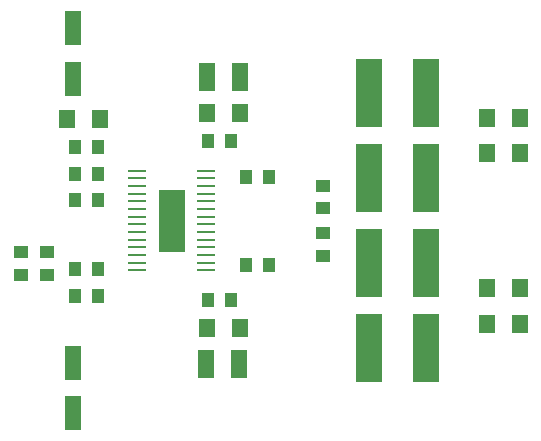
<source format=gbr>
G04 DipTrace 3.1.0.1*
G04 TAS5805Mbis2.TopPaste.gbr*
%MOIN*%
G04 #@! TF.FileFunction,Paste,Top*
G04 #@! TF.Part,Single*
%ADD43R,0.090394X0.208504*%
%ADD45R,0.062835X0.007717*%
%ADD47R,0.090394X0.228189*%
%ADD53R,0.051024X0.04315*%
%ADD55R,0.04315X0.051024*%
%ADD57R,0.054961X0.062835*%
%ADD59R,0.054961X0.098268*%
%ADD61R,0.056929X0.114016*%
%FSLAX26Y26*%
G04*
G70*
G90*
G75*
G01*
G04 TopPaste*
%LPD*%
D61*
X914003Y534488D3*
Y703780D3*
D59*
X1358885Y699843D3*
X1469121D3*
D57*
X1360853Y817953D3*
X1471089D3*
D55*
X1364790Y912441D3*
X1439593D3*
D61*
X915971Y1819921D3*
Y1650630D3*
D59*
X1360853Y1654567D3*
X1471089D3*
D57*
X1360853Y1536457D3*
X1471089D3*
D55*
X1364790Y1441969D3*
X1439593D3*
D57*
X893136Y1516772D3*
X1003373D3*
D55*
X922664Y1422283D3*
X997467D3*
Y1245118D3*
X922664D3*
Y926220D3*
X997467D3*
X1566365Y1323858D3*
X1491562D3*
D53*
X1747467Y1218543D3*
Y1293346D3*
D55*
X1566365Y1030551D3*
X1491562D3*
D53*
X1747467Y1135472D3*
Y1060669D3*
D57*
X2404160Y1519921D3*
X2293924D3*
X2404160Y1401024D3*
X2293924D3*
X2404160Y834094D3*
X2293924D3*
X2404160Y952992D3*
X2293924D3*
D47*
X1901010Y1602205D3*
X2089987D3*
X1901010Y1318740D3*
X2089987D3*
X1901010Y751811D3*
X2089987D3*
X1901010Y1035276D3*
X2089987D3*
D53*
X739593Y1071890D3*
Y997087D3*
X828176Y1071890D3*
Y997087D3*
D55*
X997467Y1333701D3*
X922664D3*
X997467Y1014803D3*
X922664D3*
D45*
X1129357Y1343543D3*
Y1317953D3*
Y1292362D3*
Y1266772D3*
Y1241181D3*
Y1215591D3*
Y1190000D3*
Y1164409D3*
Y1138819D3*
Y1113228D3*
Y1087638D3*
Y1062047D3*
Y1036457D3*
Y1010866D3*
X1357711D3*
X1357703Y1036457D3*
Y1062047D3*
Y1087638D3*
Y1113228D3*
Y1138819D3*
Y1164409D3*
Y1190000D3*
Y1215591D3*
Y1241181D3*
Y1266772D3*
Y1292362D3*
Y1317953D3*
Y1343543D3*
D43*
X1243534Y1177205D3*
M02*

</source>
